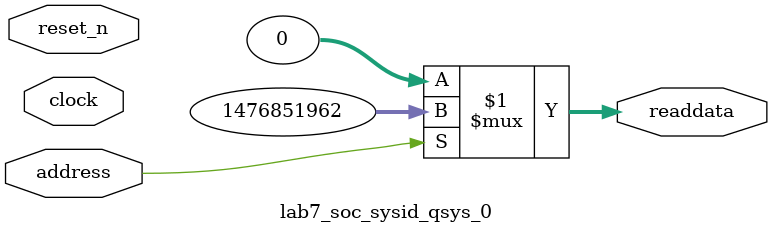
<source format=v>

`timescale 1ns / 1ps
// synthesis translate_on

// turn off superfluous verilog processor warnings 
// altera message_level Level1 
// altera message_off 10034 10035 10036 10037 10230 10240 10030 

module lab7_soc_sysid_qsys_0 (
               // inputs:
                address,
                clock,
                reset_n,

               // outputs:
                readdata
             )
;

  output  [ 31: 0] readdata;
  input            address;
  input            clock;
  input            reset_n;

  wire    [ 31: 0] readdata;
  //control_slave, which is an e_avalon_slave
  assign readdata = address ? 1476851962 : 0;

endmodule




</source>
